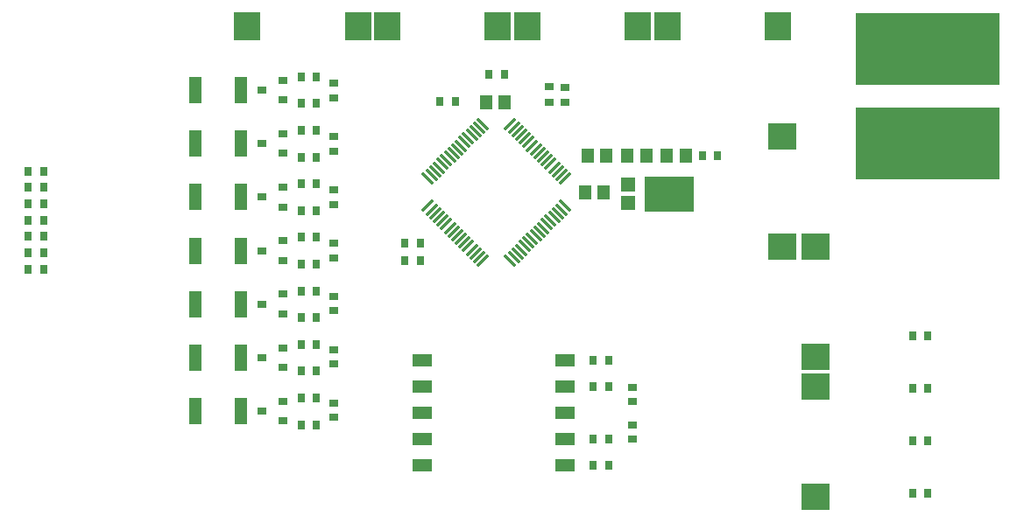
<source format=gtp>
G04*
G04 #@! TF.GenerationSoftware,Altium Limited,Altium Designer,20.0.11 (256)*
G04*
G04 Layer_Color=8421504*
%FSLAX25Y25*%
%MOIN*%
G70*
G01*
G75*
%ADD17R,0.55118X0.27559*%
%ADD18R,0.07441X0.05000*%
%ADD19R,0.02756X0.03543*%
%ADD20R,0.03543X0.03150*%
%ADD21R,0.11024X0.10236*%
%ADD22R,0.04724X0.05512*%
%ADD23R,0.10236X0.11024*%
%ADD24R,0.03543X0.03150*%
G04:AMPARAMS|DCode=25|XSize=10.63mil|YSize=57.53mil|CornerRadius=0mil|HoleSize=0mil|Usage=FLASHONLY|Rotation=225.000|XOffset=0mil|YOffset=0mil|HoleType=Round|Shape=Rectangle|*
%AMROTATEDRECTD25*
4,1,4,-0.01658,0.02410,0.02410,-0.01658,0.01658,-0.02410,-0.02410,0.01658,-0.01658,0.02410,0.0*
%
%ADD25ROTATEDRECTD25*%

G04:AMPARAMS|DCode=26|XSize=10.63mil|YSize=57.53mil|CornerRadius=0mil|HoleSize=0mil|Usage=FLASHONLY|Rotation=135.000|XOffset=0mil|YOffset=0mil|HoleType=Round|Shape=Rectangle|*
%AMROTATEDRECTD26*
4,1,4,0.02410,0.01658,-0.01658,-0.02410,-0.02410,-0.01658,0.01658,0.02410,0.02410,0.01658,0.0*
%
%ADD26ROTATEDRECTD26*%

%ADD27P,0.00141X4X360.0*%
%ADD28R,0.03543X0.02756*%
%ADD29R,0.05472X0.05512*%
%ADD30R,0.19134X0.13228*%
%ADD31R,0.04724X0.10236*%
D17*
X342520Y199602D02*
D03*
Y163386D02*
D03*
D18*
X204651Y40639D02*
D03*
Y50639D02*
D03*
Y60639D02*
D03*
Y70639D02*
D03*
Y80639D02*
D03*
X150360Y40639D02*
D03*
Y50639D02*
D03*
Y60639D02*
D03*
Y70639D02*
D03*
Y80639D02*
D03*
D19*
X344Y146663D02*
D03*
X6250D02*
D03*
X344Y152890D02*
D03*
X6250D02*
D03*
X344Y115528D02*
D03*
X6250D02*
D03*
X344Y121755D02*
D03*
X6250D02*
D03*
X344Y127982D02*
D03*
X6250D02*
D03*
X344Y140436D02*
D03*
X6250D02*
D03*
X344Y134209D02*
D03*
X6250D02*
D03*
X110163Y168462D02*
D03*
X104257D02*
D03*
X221368Y80639D02*
D03*
X215462D02*
D03*
X221308Y70782D02*
D03*
X215402D02*
D03*
X221368Y40639D02*
D03*
X215462D02*
D03*
X221368Y50639D02*
D03*
X215462D02*
D03*
X149670Y125452D02*
D03*
X143764D02*
D03*
X181563Y189869D02*
D03*
X175657D02*
D03*
X262836Y158902D02*
D03*
X256930D02*
D03*
X149670Y118632D02*
D03*
X143764D02*
D03*
X163043Y179332D02*
D03*
X157137D02*
D03*
X336874Y90099D02*
D03*
X342780D02*
D03*
X336874Y70099D02*
D03*
X342780D02*
D03*
X336874Y50099D02*
D03*
X342780D02*
D03*
X336874Y30274D02*
D03*
X342780D02*
D03*
X104257Y56275D02*
D03*
X110163D02*
D03*
X104257Y66474D02*
D03*
X110163D02*
D03*
X104257Y76673D02*
D03*
X110163D02*
D03*
X104257Y86872D02*
D03*
X110163D02*
D03*
X104257Y97070D02*
D03*
X110163D02*
D03*
X104257Y107269D02*
D03*
X110163D02*
D03*
X104257Y117468D02*
D03*
X110163D02*
D03*
X104257Y127667D02*
D03*
X110163D02*
D03*
X104257Y137865D02*
D03*
X110163D02*
D03*
X104257Y148064D02*
D03*
X110163D02*
D03*
X104257Y158263D02*
D03*
X110163D02*
D03*
X104257Y178661D02*
D03*
X110163D02*
D03*
X104257Y188859D02*
D03*
X110163D02*
D03*
D20*
X89359Y61449D02*
D03*
X97233Y65189D02*
D03*
Y57709D02*
D03*
Y118879D02*
D03*
Y126359D02*
D03*
X89359Y122619D02*
D03*
X97233Y139269D02*
D03*
Y146749D02*
D03*
X89359Y143009D02*
D03*
X97233Y78099D02*
D03*
Y85579D02*
D03*
X89359Y81839D02*
D03*
X97233Y98489D02*
D03*
Y105969D02*
D03*
X89359Y102229D02*
D03*
X97233Y159659D02*
D03*
Y167139D02*
D03*
X89359Y163399D02*
D03*
X97233Y180049D02*
D03*
Y187529D02*
D03*
X89359Y183789D02*
D03*
D21*
X300040Y70782D02*
D03*
Y28656D02*
D03*
X300050Y81956D02*
D03*
Y124082D02*
D03*
X287500Y124132D02*
D03*
Y166258D02*
D03*
D22*
X213427Y158902D02*
D03*
X220513D02*
D03*
X235539Y158902D02*
D03*
X228453D02*
D03*
X181833Y179252D02*
D03*
X174747D02*
D03*
X250565Y158902D02*
D03*
X243479D02*
D03*
X212347Y144692D02*
D03*
X219433D02*
D03*
D23*
X232461Y207972D02*
D03*
X190335D02*
D03*
X285746D02*
D03*
X243620D02*
D03*
X125890D02*
D03*
X83764D02*
D03*
X179175D02*
D03*
X137049D02*
D03*
D24*
X230310Y70611D02*
D03*
Y65099D02*
D03*
X230480Y50633D02*
D03*
Y56145D02*
D03*
X116540Y59036D02*
D03*
Y64548D02*
D03*
X116540Y79337D02*
D03*
Y84848D02*
D03*
Y99637D02*
D03*
Y105148D02*
D03*
Y119936D02*
D03*
Y125448D02*
D03*
Y140236D02*
D03*
Y145748D02*
D03*
Y160536D02*
D03*
Y166048D02*
D03*
Y180836D02*
D03*
Y186348D02*
D03*
D25*
X173390Y170951D02*
D03*
X171998Y169559D02*
D03*
X170606Y168167D02*
D03*
X169214Y166776D02*
D03*
X167823Y165384D02*
D03*
X166430Y163992D02*
D03*
X165039Y162600D02*
D03*
X163647Y161208D02*
D03*
X162255Y159816D02*
D03*
X160863Y158424D02*
D03*
X159471Y157032D02*
D03*
X158079Y155640D02*
D03*
X156687Y154248D02*
D03*
X155295Y152856D02*
D03*
X153903Y151464D02*
D03*
X152511Y150072D02*
D03*
X183830Y118753D02*
D03*
X185222Y120145D02*
D03*
X186614Y121537D02*
D03*
X188006Y122929D02*
D03*
X189398Y124321D02*
D03*
X190789Y125713D02*
D03*
X192181Y127105D02*
D03*
X193573Y128497D02*
D03*
X194965Y129889D02*
D03*
X196357Y131281D02*
D03*
X197749Y132673D02*
D03*
X199141Y134065D02*
D03*
X200533Y135457D02*
D03*
X201925Y136849D02*
D03*
X203317Y138241D02*
D03*
X204709Y139633D02*
D03*
D26*
X152511D02*
D03*
X153903Y138241D02*
D03*
X155295Y136849D02*
D03*
X156687Y135457D02*
D03*
X158079Y134065D02*
D03*
X159471Y132673D02*
D03*
X160863Y131281D02*
D03*
X162255Y129889D02*
D03*
X163647Y128497D02*
D03*
X165039Y127105D02*
D03*
X166430Y125713D02*
D03*
X167823Y124321D02*
D03*
X169214Y122929D02*
D03*
X170606Y121537D02*
D03*
X171998Y120145D02*
D03*
X173390Y118753D02*
D03*
X204709Y150072D02*
D03*
X203317Y151464D02*
D03*
X201925Y152856D02*
D03*
X200533Y154248D02*
D03*
X199141Y155640D02*
D03*
X197749Y157032D02*
D03*
X196357Y158424D02*
D03*
X194965Y159816D02*
D03*
X193573Y161208D02*
D03*
X192181Y162600D02*
D03*
X190789Y163992D02*
D03*
X189398Y165384D02*
D03*
X188006Y166776D02*
D03*
X186614Y168167D02*
D03*
X185222Y169559D02*
D03*
X183830Y170951D02*
D03*
D27*
X178610Y144852D02*
D03*
D28*
X198850Y185015D02*
D03*
Y179110D02*
D03*
X204765Y184932D02*
D03*
Y179026D02*
D03*
D29*
X228583Y140660D02*
D03*
Y147904D02*
D03*
D30*
X244260Y144282D02*
D03*
D31*
X81317Y61449D02*
D03*
X63994D02*
D03*
X81317Y81839D02*
D03*
X63994D02*
D03*
X81317Y102229D02*
D03*
X63994D02*
D03*
X81317Y122619D02*
D03*
X63994D02*
D03*
X81317Y143009D02*
D03*
X63994D02*
D03*
X81317Y163399D02*
D03*
X63994D02*
D03*
X81317Y183789D02*
D03*
X63994D02*
D03*
M02*

</source>
